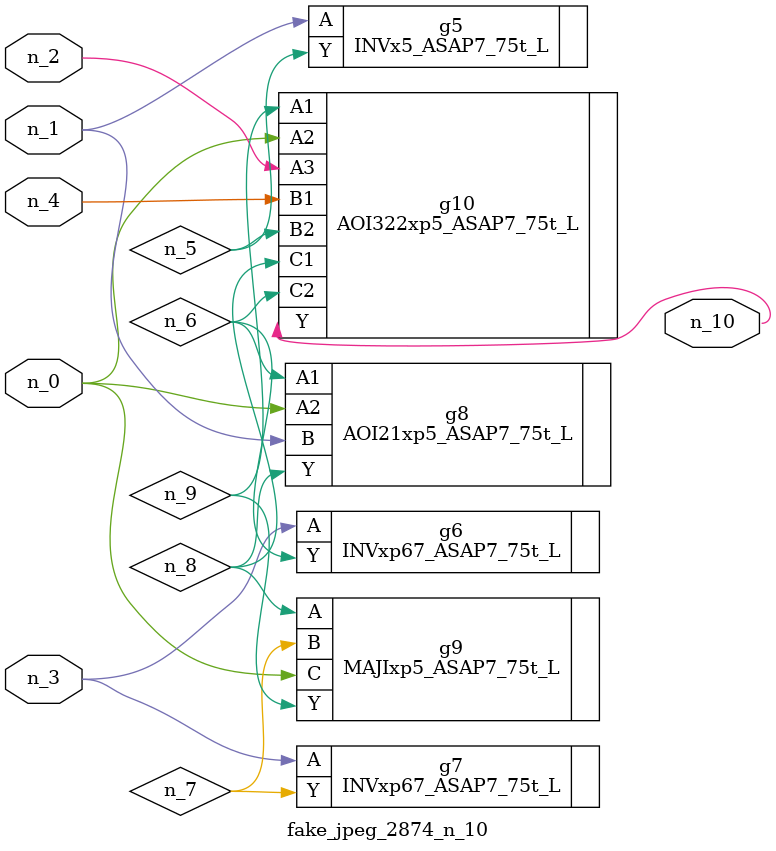
<source format=v>
module fake_jpeg_2874_n_10 (n_3, n_2, n_1, n_0, n_4, n_10);

input n_3;
input n_2;
input n_1;
input n_0;
input n_4;

output n_10;

wire n_8;
wire n_9;
wire n_6;
wire n_5;
wire n_7;

INVx5_ASAP7_75t_L g5 ( 
.A(n_1),
.Y(n_5)
);

INVxp67_ASAP7_75t_L g6 ( 
.A(n_3),
.Y(n_6)
);

INVxp67_ASAP7_75t_L g7 ( 
.A(n_3),
.Y(n_7)
);

AOI21xp5_ASAP7_75t_L g8 ( 
.A1(n_6),
.A2(n_0),
.B(n_1),
.Y(n_8)
);

MAJIxp5_ASAP7_75t_L g9 ( 
.A(n_8),
.B(n_7),
.C(n_0),
.Y(n_9)
);

AOI322xp5_ASAP7_75t_L g10 ( 
.A1(n_9),
.A2(n_0),
.A3(n_2),
.B1(n_4),
.B2(n_5),
.C1(n_8),
.C2(n_6),
.Y(n_10)
);


endmodule
</source>
